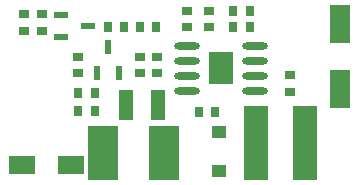
<source format=gtp>
G04*
G04 #@! TF.GenerationSoftware,Altium Limited,Altium Designer,19.0.15 (446)*
G04*
G04 Layer_Color=8421504*
%FSTAX24Y24*%
%MOIN*%
G70*
G01*
G75*
%ADD17R,0.0335X0.0295*%
%ADD18R,0.0453X0.0236*%
%ADD19R,0.0295X0.0335*%
%ADD20R,0.0236X0.0453*%
%ADD21R,0.0866X0.0591*%
%ADD22R,0.0354X0.0315*%
%ADD23R,0.0315X0.0354*%
%ADD24R,0.0846X0.2480*%
%ADD25O,0.0846X0.0236*%
%ADD26R,0.0827X0.1063*%
%ADD27R,0.0710X0.1300*%
%ADD28R,0.0472X0.1024*%
%ADD29R,0.0472X0.0394*%
%ADD30R,0.0984X0.1811*%
D17*
X014449Y014291D02*
D03*
Y01374D02*
D03*
X010591Y015157D02*
D03*
Y015709D02*
D03*
X011181Y015157D02*
D03*
Y015709D02*
D03*
X012402Y01374D02*
D03*
Y014291D02*
D03*
X016772Y015827D02*
D03*
Y015276D02*
D03*
X016024Y015827D02*
D03*
Y015276D02*
D03*
D18*
X011841Y015689D02*
D03*
Y014941D02*
D03*
X012726Y015315D02*
D03*
D19*
X013937Y015276D02*
D03*
X013386D02*
D03*
X015Y015276D02*
D03*
X014449D02*
D03*
X012402Y013071D02*
D03*
X012953D02*
D03*
X012402Y01248D02*
D03*
X012953D02*
D03*
X017559Y015276D02*
D03*
X01811D02*
D03*
D20*
X013012Y01373D02*
D03*
X01376D02*
D03*
X013386Y014616D02*
D03*
D21*
X012165Y010669D02*
D03*
X010512D02*
D03*
D22*
X015039Y01374D02*
D03*
Y014291D02*
D03*
X019449Y01311D02*
D03*
Y013661D02*
D03*
D23*
X016417Y012441D02*
D03*
X016968D02*
D03*
X01811Y015827D02*
D03*
X017559D02*
D03*
D24*
X018317Y011417D02*
D03*
X019951D02*
D03*
D25*
X018297Y013148D02*
D03*
Y013648D02*
D03*
Y014148D02*
D03*
Y014648D02*
D03*
X016033Y013148D02*
D03*
Y013648D02*
D03*
Y014148D02*
D03*
Y014648D02*
D03*
D26*
X017165Y013898D02*
D03*
D27*
X021142Y013206D02*
D03*
Y015376D02*
D03*
D28*
X013996Y012677D02*
D03*
X015059D02*
D03*
D29*
X017087Y011792D02*
D03*
Y010491D02*
D03*
D30*
X015276Y011063D02*
D03*
X013228D02*
D03*
M02*

</source>
